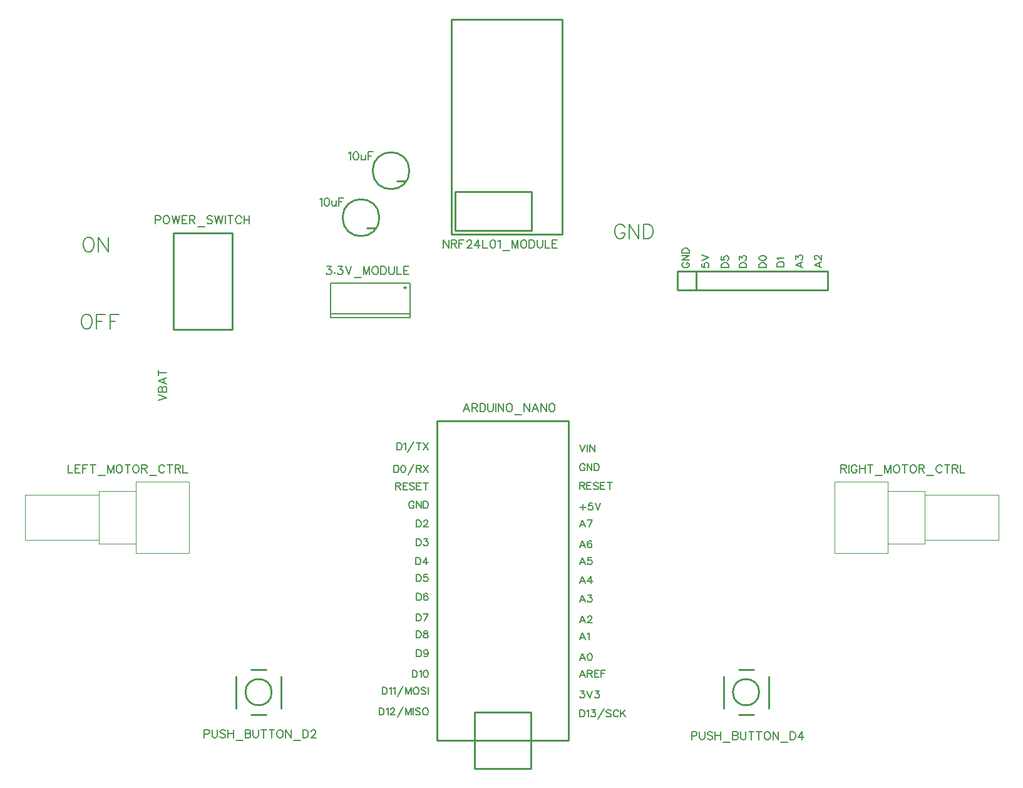
<source format=gto>
G04 Layer: TopSilkLayer*
G04 EasyEDA v6.3.22, 2020-02-14T20:54:40+02:00*
G04 d9edcea2a32c4a158ae1cdf756d7b1fd,ef223f4ed8bc40b1a8d29c19021d4d8a,10*
G04 Gerber Generator version 0.2*
G04 Scale: 100 percent, Rotated: No, Reflected: No *
G04 Dimensions in inches *
G04 leading zeros omitted , absolute positions ,2 integer and 4 decimal *
%FSLAX24Y24*%
%MOIN*%
G90*
G70D02*

%ADD10C,0.010000*%
%ADD27C,0.004724*%
%ADD28C,0.007900*%
%ADD29C,0.009800*%
%ADD30C,0.008000*%
%ADD31C,0.006000*%

%LPD*%
G54D27*
G01X6107Y15893D02*
G01X8931Y15893D01*
G01X8931Y12106D01*
G01X6107Y12106D01*
G01X6107Y15893D01*
G01X4139Y15401D02*
G01X6107Y15401D01*
G01X6107Y12598D01*
G01X4139Y12598D01*
G01X4139Y15401D01*
G01X202Y15204D02*
G01X4139Y15204D01*
G01X4139Y12795D01*
G01X202Y12795D01*
G01X202Y15204D01*
G54D10*
G01X22150Y2150D02*
G01X29150Y2150D01*
G01X29150Y2150D02*
G01X29150Y19150D01*
G01X29150Y19150D02*
G01X22150Y19150D01*
G01X22150Y19150D02*
G01X22150Y2150D01*
G01X24150Y3650D02*
G01X24150Y650D01*
G01X27150Y650D01*
G01X27150Y3650D01*
G01X24150Y3650D01*
G54D28*
G01X20706Y24825D02*
G01X16493Y24825D01*
G01X20706Y26478D02*
G01X20706Y24628D01*
G01X16493Y24628D01*
G01X16493Y26478D01*
G01X20706Y26478D02*
G01X16493Y26478D01*
G54D10*
G01X18400Y29400D02*
G01X18800Y29400D01*
G01X20000Y31900D02*
G01X20400Y31900D01*
G01X11250Y24000D02*
G01X11250Y29117D01*
G01X11249Y24000D02*
G01X8100Y24000D01*
G01X8100Y29118D02*
G01X8100Y24000D01*
G01X11249Y29118D02*
G01X8100Y29118D01*
G01X13850Y3850D02*
G01X13850Y5550D01*
G01X11450Y5550D02*
G01X11450Y3850D01*
G01X13039Y3500D02*
G01X12250Y3500D01*
G01X13050Y5900D02*
G01X12250Y5900D01*
G01X37400Y5550D02*
G01X37400Y3850D01*
G01X39800Y3850D02*
G01X39800Y5550D01*
G01X38210Y5900D02*
G01X39000Y5900D01*
G01X38200Y3500D02*
G01X39000Y3500D01*
G01X23100Y31323D02*
G01X27194Y31323D01*
G01X27194Y29276D01*
G01X23100Y29276D01*
G01X23100Y31323D01*
G01X28812Y29079D02*
G01X22907Y29079D01*
G01X28808Y29079D02*
G01X28808Y40497D01*
G01X22903Y40497D02*
G01X28808Y40497D01*
G01X22903Y40497D02*
G01X22903Y29079D01*
G54D27*
G01X46142Y12106D02*
G01X43318Y12106D01*
G01X43318Y15893D01*
G01X46142Y15893D01*
G01X46142Y12106D01*
G01X48110Y12598D02*
G01X46142Y12598D01*
G01X46142Y15401D01*
G01X48110Y15401D01*
G01X48110Y12598D01*
G01X52047Y12795D02*
G01X48110Y12795D01*
G01X48110Y15204D01*
G01X52047Y15204D01*
G01X52047Y12795D01*
G54D10*
G01X34950Y27100D02*
G01X35950Y27100D01*
G01X35950Y27100D02*
G01X42950Y27100D01*
G01X42950Y27100D02*
G01X42950Y26100D01*
G01X42950Y26100D02*
G01X35950Y26100D01*
G01X35950Y26100D02*
G01X34950Y26100D01*
G01X34950Y26100D02*
G01X34950Y27100D01*
G01X35950Y26100D02*
G01X35950Y27100D01*
G54D30*
G01X32144Y29425D02*
G01X32109Y29498D01*
G01X32035Y29571D01*
G01X31964Y29607D01*
G01X31818Y29607D01*
G01X31744Y29571D01*
G01X31672Y29498D01*
G01X31635Y29425D01*
G01X31600Y29315D01*
G01X31600Y29134D01*
G01X31635Y29025D01*
G01X31672Y28953D01*
G01X31744Y28880D01*
G01X31818Y28844D01*
G01X31964Y28844D01*
G01X32035Y28880D01*
G01X32109Y28953D01*
G01X32144Y29025D01*
G01X32144Y29134D01*
G01X31964Y29134D02*
G01X32144Y29134D01*
G01X32385Y29607D02*
G01X32385Y28844D01*
G01X32385Y29607D02*
G01X32894Y28844D01*
G01X32894Y29607D02*
G01X32894Y28844D01*
G01X33135Y29607D02*
G01X33135Y28844D01*
G01X33135Y29607D02*
G01X33389Y29607D01*
G01X33497Y29571D01*
G01X33571Y29498D01*
G01X33606Y29425D01*
G01X33643Y29315D01*
G01X33643Y29134D01*
G01X33606Y29025D01*
G01X33571Y28953D01*
G01X33497Y28880D01*
G01X33389Y28844D01*
G01X33135Y28844D01*
G01X3518Y28907D02*
G01X3444Y28871D01*
G01X3372Y28798D01*
G01X3335Y28725D01*
G01X3300Y28615D01*
G01X3300Y28434D01*
G01X3335Y28325D01*
G01X3372Y28253D01*
G01X3444Y28180D01*
G01X3518Y28144D01*
G01X3664Y28144D01*
G01X3735Y28180D01*
G01X3809Y28253D01*
G01X3844Y28325D01*
G01X3881Y28434D01*
G01X3881Y28615D01*
G01X3844Y28725D01*
G01X3809Y28798D01*
G01X3735Y28871D01*
G01X3664Y28907D01*
G01X3518Y28907D01*
G01X4122Y28907D02*
G01X4122Y28144D01*
G01X4122Y28907D02*
G01X4631Y28144D01*
G01X4631Y28907D02*
G01X4631Y28144D01*
G01X3418Y24807D02*
G01X3344Y24771D01*
G01X3272Y24698D01*
G01X3235Y24625D01*
G01X3200Y24515D01*
G01X3200Y24334D01*
G01X3235Y24225D01*
G01X3272Y24153D01*
G01X3344Y24080D01*
G01X3418Y24044D01*
G01X3564Y24044D01*
G01X3635Y24080D01*
G01X3709Y24153D01*
G01X3744Y24225D01*
G01X3781Y24334D01*
G01X3781Y24515D01*
G01X3744Y24625D01*
G01X3709Y24698D01*
G01X3635Y24771D01*
G01X3564Y24807D01*
G01X3418Y24807D01*
G01X4022Y24807D02*
G01X4022Y24044D01*
G01X4022Y24807D02*
G01X4494Y24807D01*
G01X4022Y24444D02*
G01X4313Y24444D01*
G01X4735Y24807D02*
G01X4735Y24044D01*
G01X4735Y24807D02*
G01X5206Y24807D01*
G01X4735Y24444D02*
G01X5025Y24444D01*
G01X42246Y27444D02*
G01X42627Y27300D01*
G01X42246Y27444D02*
G01X42627Y27590D01*
G01X42501Y27355D02*
G01X42501Y27536D01*
G01X42336Y27728D02*
G01X42318Y27728D01*
G01X42282Y27746D01*
G01X42264Y27765D01*
G01X42246Y27802D01*
G01X42246Y27875D01*
G01X42264Y27911D01*
G01X42282Y27928D01*
G01X42318Y27946D01*
G01X42355Y27946D01*
G01X42392Y27928D01*
G01X42446Y27892D01*
G01X42627Y27711D01*
G01X42627Y27965D01*
G01X41246Y27444D02*
G01X41627Y27300D01*
G01X41246Y27444D02*
G01X41627Y27590D01*
G01X41501Y27355D02*
G01X41501Y27536D01*
G01X41246Y27746D02*
G01X41246Y27946D01*
G01X41392Y27838D01*
G01X41392Y27892D01*
G01X41410Y27928D01*
G01X41427Y27946D01*
G01X41482Y27965D01*
G01X41518Y27965D01*
G01X41573Y27946D01*
G01X41610Y27911D01*
G01X41627Y27855D01*
G01X41627Y27802D01*
G01X41610Y27746D01*
G01X41592Y27728D01*
G01X41555Y27711D01*
G01X40246Y27350D02*
G01X40627Y27350D01*
G01X40246Y27350D02*
G01X40246Y27477D01*
G01X40264Y27532D01*
G01X40301Y27567D01*
G01X40336Y27586D01*
G01X40392Y27605D01*
G01X40482Y27605D01*
G01X40536Y27586D01*
G01X40573Y27567D01*
G01X40610Y27532D01*
G01X40627Y27477D01*
G01X40627Y27350D01*
G01X40318Y27725D02*
G01X40301Y27761D01*
G01X40246Y27815D01*
G01X40627Y27815D01*
G01X39296Y27300D02*
G01X39677Y27300D01*
G01X39296Y27300D02*
G01X39296Y27427D01*
G01X39314Y27482D01*
G01X39351Y27517D01*
G01X39386Y27536D01*
G01X39442Y27555D01*
G01X39532Y27555D01*
G01X39586Y27536D01*
G01X39623Y27517D01*
G01X39660Y27482D01*
G01X39677Y27427D01*
G01X39677Y27300D01*
G01X39296Y27784D02*
G01X39314Y27728D01*
G01X39368Y27692D01*
G01X39460Y27675D01*
G01X39514Y27675D01*
G01X39605Y27692D01*
G01X39660Y27728D01*
G01X39677Y27784D01*
G01X39677Y27819D01*
G01X39660Y27875D01*
G01X39605Y27911D01*
G01X39514Y27928D01*
G01X39460Y27928D01*
G01X39368Y27911D01*
G01X39314Y27875D01*
G01X39296Y27819D01*
G01X39296Y27784D01*
G01X38246Y27300D02*
G01X38627Y27300D01*
G01X38246Y27300D02*
G01X38246Y27427D01*
G01X38264Y27482D01*
G01X38301Y27517D01*
G01X38336Y27536D01*
G01X38392Y27555D01*
G01X38482Y27555D01*
G01X38536Y27536D01*
G01X38573Y27517D01*
G01X38610Y27482D01*
G01X38627Y27427D01*
G01X38627Y27300D01*
G01X38246Y27711D02*
G01X38246Y27911D01*
G01X38392Y27802D01*
G01X38392Y27855D01*
G01X38410Y27892D01*
G01X38427Y27911D01*
G01X38482Y27928D01*
G01X38518Y27928D01*
G01X38573Y27911D01*
G01X38610Y27875D01*
G01X38627Y27819D01*
G01X38627Y27765D01*
G01X38610Y27711D01*
G01X38592Y27692D01*
G01X38555Y27675D01*
G01X37296Y27300D02*
G01X37677Y27300D01*
G01X37296Y27300D02*
G01X37296Y27427D01*
G01X37314Y27482D01*
G01X37351Y27517D01*
G01X37386Y27536D01*
G01X37442Y27555D01*
G01X37532Y27555D01*
G01X37586Y27536D01*
G01X37623Y27517D01*
G01X37660Y27482D01*
G01X37677Y27427D01*
G01X37677Y27300D01*
G01X37296Y27892D02*
G01X37296Y27711D01*
G01X37460Y27692D01*
G01X37442Y27711D01*
G01X37423Y27765D01*
G01X37423Y27819D01*
G01X37442Y27875D01*
G01X37477Y27911D01*
G01X37532Y27928D01*
G01X37568Y27928D01*
G01X37623Y27911D01*
G01X37660Y27875D01*
G01X37677Y27819D01*
G01X37677Y27765D01*
G01X37660Y27711D01*
G01X37642Y27692D01*
G01X37605Y27675D01*
G01X36246Y27517D02*
G01X36246Y27336D01*
G01X36410Y27317D01*
G01X36392Y27336D01*
G01X36373Y27390D01*
G01X36373Y27444D01*
G01X36392Y27500D01*
G01X36427Y27536D01*
G01X36482Y27555D01*
G01X36518Y27555D01*
G01X36573Y27536D01*
G01X36610Y27500D01*
G01X36627Y27444D01*
G01X36627Y27390D01*
G01X36610Y27336D01*
G01X36592Y27317D01*
G01X36555Y27300D01*
G01X36246Y27675D02*
G01X36627Y27819D01*
G01X36246Y27965D02*
G01X36627Y27819D01*
G01X35286Y27573D02*
G01X35251Y27555D01*
G01X35214Y27517D01*
G01X35196Y27482D01*
G01X35196Y27409D01*
G01X35214Y27373D01*
G01X35251Y27336D01*
G01X35286Y27317D01*
G01X35342Y27300D01*
G01X35432Y27300D01*
G01X35486Y27317D01*
G01X35523Y27336D01*
G01X35560Y27373D01*
G01X35577Y27409D01*
G01X35577Y27482D01*
G01X35560Y27517D01*
G01X35523Y27555D01*
G01X35486Y27573D01*
G01X35432Y27573D01*
G01X35432Y27482D02*
G01X35432Y27573D01*
G01X35196Y27692D02*
G01X35577Y27692D01*
G01X35196Y27692D02*
G01X35577Y27946D01*
G01X35196Y27946D02*
G01X35577Y27946D01*
G01X35196Y28067D02*
G01X35577Y28067D01*
G01X35196Y28067D02*
G01X35196Y28194D01*
G01X35214Y28248D01*
G01X35251Y28284D01*
G01X35286Y28303D01*
G01X35342Y28321D01*
G01X35432Y28321D01*
G01X35486Y28303D01*
G01X35523Y28284D01*
G01X35560Y28248D01*
G01X35577Y28194D01*
G01X35577Y28067D01*
G54D31*
G01X2500Y16803D02*
G01X2500Y16375D01*
G01X2500Y16375D02*
G01X2744Y16375D01*
G01X2880Y16803D02*
G01X2880Y16375D01*
G01X2880Y16803D02*
G01X3146Y16803D01*
G01X2880Y16600D02*
G01X3043Y16600D01*
G01X2880Y16375D02*
G01X3146Y16375D01*
G01X3281Y16803D02*
G01X3281Y16375D01*
G01X3281Y16803D02*
G01X3547Y16803D01*
G01X3281Y16600D02*
G01X3444Y16600D01*
G01X3825Y16803D02*
G01X3825Y16375D01*
G01X3681Y16803D02*
G01X3968Y16803D01*
G01X4103Y16230D02*
G01X4472Y16230D01*
G01X4606Y16803D02*
G01X4606Y16375D01*
G01X4606Y16803D02*
G01X4769Y16375D01*
G01X4934Y16803D02*
G01X4769Y16375D01*
G01X4934Y16803D02*
G01X4934Y16375D01*
G01X5192Y16803D02*
G01X5151Y16784D01*
G01X5110Y16742D01*
G01X5089Y16702D01*
G01X5068Y16640D01*
G01X5068Y16538D01*
G01X5089Y16477D01*
G01X5110Y16436D01*
G01X5151Y16394D01*
G01X5192Y16375D01*
G01X5273Y16375D01*
G01X5314Y16394D01*
G01X5355Y16436D01*
G01X5376Y16477D01*
G01X5396Y16538D01*
G01X5396Y16640D01*
G01X5376Y16702D01*
G01X5355Y16742D01*
G01X5314Y16784D01*
G01X5273Y16803D01*
G01X5192Y16803D01*
G01X5675Y16803D02*
G01X5675Y16375D01*
G01X5531Y16803D02*
G01X5818Y16803D01*
G01X6075Y16803D02*
G01X6035Y16784D01*
G01X5993Y16742D01*
G01X5972Y16702D01*
G01X5952Y16640D01*
G01X5952Y16538D01*
G01X5972Y16477D01*
G01X5993Y16436D01*
G01X6035Y16394D01*
G01X6075Y16375D01*
G01X6156Y16375D01*
G01X6197Y16394D01*
G01X6239Y16436D01*
G01X6260Y16477D01*
G01X6280Y16538D01*
G01X6280Y16640D01*
G01X6260Y16702D01*
G01X6239Y16742D01*
G01X6197Y16784D01*
G01X6156Y16803D01*
G01X6075Y16803D01*
G01X6414Y16803D02*
G01X6414Y16375D01*
G01X6414Y16803D02*
G01X6598Y16803D01*
G01X6660Y16784D01*
G01X6681Y16763D01*
G01X6701Y16721D01*
G01X6701Y16680D01*
G01X6681Y16640D01*
G01X6660Y16619D01*
G01X6598Y16600D01*
G01X6414Y16600D01*
G01X6557Y16600D02*
G01X6701Y16375D01*
G01X6835Y16230D02*
G01X7205Y16230D01*
G01X7646Y16702D02*
G01X7626Y16742D01*
G01X7585Y16784D01*
G01X7543Y16803D01*
G01X7461Y16803D01*
G01X7421Y16784D01*
G01X7380Y16742D01*
G01X7360Y16702D01*
G01X7339Y16640D01*
G01X7339Y16538D01*
G01X7360Y16477D01*
G01X7380Y16436D01*
G01X7421Y16394D01*
G01X7461Y16375D01*
G01X7543Y16375D01*
G01X7585Y16394D01*
G01X7626Y16436D01*
G01X7646Y16477D01*
G01X7925Y16803D02*
G01X7925Y16375D01*
G01X7781Y16803D02*
G01X8068Y16803D01*
G01X8202Y16803D02*
G01X8202Y16375D01*
G01X8202Y16803D02*
G01X8386Y16803D01*
G01X8447Y16784D01*
G01X8468Y16763D01*
G01X8489Y16721D01*
G01X8489Y16680D01*
G01X8468Y16640D01*
G01X8447Y16619D01*
G01X8386Y16600D01*
G01X8202Y16600D01*
G01X8346Y16600D02*
G01X8489Y16375D01*
G01X8623Y16803D02*
G01X8623Y16375D01*
G01X8623Y16375D02*
G01X8869Y16375D01*
G01X23714Y20053D02*
G01X23550Y19625D01*
G01X23714Y20053D02*
G01X23877Y19625D01*
G01X23610Y19767D02*
G01X23815Y19767D01*
G01X24011Y20053D02*
G01X24011Y19625D01*
G01X24011Y20053D02*
G01X24196Y20053D01*
G01X24257Y20034D01*
G01X24277Y20013D01*
G01X24298Y19971D01*
G01X24298Y19930D01*
G01X24277Y19890D01*
G01X24257Y19869D01*
G01X24196Y19850D01*
G01X24011Y19850D01*
G01X24155Y19850D02*
G01X24298Y19625D01*
G01X24434Y20053D02*
G01X24434Y19625D01*
G01X24434Y20053D02*
G01X24577Y20053D01*
G01X24638Y20034D01*
G01X24678Y19992D01*
G01X24700Y19952D01*
G01X24719Y19890D01*
G01X24719Y19788D01*
G01X24700Y19727D01*
G01X24678Y19686D01*
G01X24638Y19644D01*
G01X24577Y19625D01*
G01X24434Y19625D01*
G01X24855Y20053D02*
G01X24855Y19746D01*
G01X24875Y19686D01*
G01X24915Y19644D01*
G01X24977Y19625D01*
G01X25018Y19625D01*
G01X25080Y19644D01*
G01X25121Y19686D01*
G01X25140Y19746D01*
G01X25140Y20053D01*
G01X25276Y20053D02*
G01X25276Y19625D01*
G01X25410Y20053D02*
G01X25410Y19625D01*
G01X25410Y20053D02*
G01X25697Y19625D01*
G01X25697Y20053D02*
G01X25697Y19625D01*
G01X25955Y20053D02*
G01X25914Y20034D01*
G01X25873Y19992D01*
G01X25852Y19952D01*
G01X25832Y19890D01*
G01X25832Y19788D01*
G01X25852Y19727D01*
G01X25873Y19686D01*
G01X25914Y19644D01*
G01X25955Y19625D01*
G01X26036Y19625D01*
G01X26077Y19644D01*
G01X26118Y19686D01*
G01X26139Y19727D01*
G01X26160Y19788D01*
G01X26160Y19890D01*
G01X26139Y19952D01*
G01X26118Y19992D01*
G01X26077Y20034D01*
G01X26036Y20053D01*
G01X25955Y20053D01*
G01X26294Y19480D02*
G01X26663Y19480D01*
G01X26797Y20053D02*
G01X26797Y19625D01*
G01X26797Y20053D02*
G01X27085Y19625D01*
G01X27085Y20053D02*
G01X27085Y19625D01*
G01X27382Y20053D02*
G01X27219Y19625D01*
G01X27382Y20053D02*
G01X27547Y19625D01*
G01X27281Y19767D02*
G01X27485Y19767D01*
G01X27681Y20053D02*
G01X27681Y19625D01*
G01X27681Y20053D02*
G01X27968Y19625D01*
G01X27968Y20053D02*
G01X27968Y19625D01*
G01X28226Y20053D02*
G01X28185Y20034D01*
G01X28143Y19992D01*
G01X28123Y19952D01*
G01X28102Y19890D01*
G01X28102Y19788D01*
G01X28123Y19727D01*
G01X28143Y19686D01*
G01X28185Y19644D01*
G01X28226Y19625D01*
G01X28307Y19625D01*
G01X28348Y19644D01*
G01X28389Y19686D01*
G01X28410Y19727D01*
G01X28430Y19788D01*
G01X28430Y19890D01*
G01X28410Y19952D01*
G01X28389Y19992D01*
G01X28348Y20034D01*
G01X28307Y20053D01*
G01X28226Y20053D01*
G54D30*
G01X20013Y17977D02*
G01X20013Y17594D01*
G01X20013Y17977D02*
G01X20139Y17977D01*
G01X20194Y17959D01*
G01X20231Y17923D01*
G01X20248Y17886D01*
G01X20268Y17832D01*
G01X20268Y17740D01*
G01X20248Y17686D01*
G01X20231Y17650D01*
G01X20194Y17613D01*
G01X20139Y17594D01*
G01X20013Y17594D01*
G01X20388Y17903D02*
G01X20423Y17923D01*
G01X20477Y17977D01*
G01X20477Y17594D01*
G01X20926Y18050D02*
G01X20597Y17467D01*
G01X21172Y17977D02*
G01X21172Y17594D01*
G01X21046Y17977D02*
G01X21300Y17977D01*
G01X21419Y17977D02*
G01X21675Y17594D01*
G01X21675Y17977D02*
G01X21419Y17594D01*
G01X30022Y16777D02*
G01X30005Y16813D01*
G01X29968Y16850D01*
G01X29931Y16867D01*
G01X29859Y16867D01*
G01X29822Y16850D01*
G01X29785Y16813D01*
G01X29768Y16777D01*
G01X29750Y16723D01*
G01X29750Y16632D01*
G01X29768Y16577D01*
G01X29785Y16540D01*
G01X29822Y16505D01*
G01X29859Y16486D01*
G01X29931Y16486D01*
G01X29968Y16505D01*
G01X30005Y16540D01*
G01X30022Y16577D01*
G01X30022Y16632D01*
G01X29931Y16632D02*
G01X30022Y16632D01*
G01X30143Y16867D02*
G01X30143Y16486D01*
G01X30143Y16867D02*
G01X30397Y16486D01*
G01X30397Y16867D02*
G01X30397Y16486D01*
G01X30517Y16867D02*
G01X30517Y16486D01*
G01X30517Y16867D02*
G01X30644Y16867D01*
G01X30698Y16850D01*
G01X30735Y16813D01*
G01X30753Y16777D01*
G01X30772Y16723D01*
G01X30772Y16632D01*
G01X30753Y16577D01*
G01X30735Y16540D01*
G01X30698Y16505D01*
G01X30644Y16486D01*
G01X30517Y16486D01*
G01X29914Y14713D02*
G01X29914Y14386D01*
G01X29750Y14550D02*
G01X30077Y14550D01*
G01X30414Y14767D02*
G01X30234Y14767D01*
G01X30214Y14605D01*
G01X30234Y14623D01*
G01X30288Y14640D01*
G01X30343Y14640D01*
G01X30397Y14623D01*
G01X30434Y14586D01*
G01X30452Y14532D01*
G01X30452Y14494D01*
G01X30434Y14440D01*
G01X30397Y14405D01*
G01X30343Y14386D01*
G01X30288Y14386D01*
G01X30234Y14405D01*
G01X30214Y14423D01*
G01X30197Y14459D01*
G01X30572Y14767D02*
G01X30717Y14386D01*
G01X30863Y14767D02*
G01X30717Y14386D01*
G01X19071Y3867D02*
G01X19071Y3486D01*
G01X19071Y3867D02*
G01X19197Y3867D01*
G01X19252Y3850D01*
G01X19289Y3813D01*
G01X19306Y3776D01*
G01X19326Y3723D01*
G01X19326Y3632D01*
G01X19306Y3576D01*
G01X19289Y3540D01*
G01X19252Y3505D01*
G01X19197Y3486D01*
G01X19071Y3486D01*
G01X19446Y3794D02*
G01X19481Y3813D01*
G01X19535Y3867D01*
G01X19535Y3486D01*
G01X19675Y3776D02*
G01X19675Y3794D01*
G01X19693Y3832D01*
G01X19710Y3850D01*
G01X19747Y3867D01*
G01X19819Y3867D01*
G01X19856Y3850D01*
G01X19875Y3832D01*
G01X19893Y3794D01*
G01X19893Y3759D01*
G01X19875Y3723D01*
G01X19838Y3667D01*
G01X19656Y3486D01*
G01X19910Y3486D01*
G01X20357Y3940D02*
G01X20031Y3359D01*
G01X20477Y3867D02*
G01X20477Y3486D01*
G01X20477Y3867D02*
G01X20623Y3486D01*
G01X20768Y3867D02*
G01X20623Y3486D01*
G01X20768Y3867D02*
G01X20768Y3486D01*
G01X20889Y3867D02*
G01X20889Y3486D01*
G01X21264Y3813D02*
G01X21227Y3850D01*
G01X21172Y3867D01*
G01X21100Y3867D01*
G01X21046Y3850D01*
G01X21009Y3813D01*
G01X21009Y3776D01*
G01X21027Y3740D01*
G01X21046Y3723D01*
G01X21081Y3705D01*
G01X21190Y3667D01*
G01X21227Y3650D01*
G01X21246Y3632D01*
G01X21264Y3594D01*
G01X21264Y3540D01*
G01X21227Y3505D01*
G01X21172Y3486D01*
G01X21100Y3486D01*
G01X21046Y3505D01*
G01X21009Y3540D01*
G01X21493Y3867D02*
G01X21456Y3850D01*
G01X21419Y3813D01*
G01X21402Y3776D01*
G01X21384Y3723D01*
G01X21384Y3632D01*
G01X21402Y3576D01*
G01X21419Y3540D01*
G01X21456Y3505D01*
G01X21493Y3486D01*
G01X21565Y3486D01*
G01X21602Y3505D01*
G01X21638Y3540D01*
G01X21656Y3576D01*
G01X21675Y3632D01*
G01X21675Y3723D01*
G01X21656Y3776D01*
G01X21638Y3813D01*
G01X21602Y3850D01*
G01X21565Y3867D01*
G01X21493Y3867D01*
G01X29750Y17867D02*
G01X29894Y17486D01*
G01X30040Y17867D02*
G01X29894Y17486D01*
G01X30160Y17867D02*
G01X30160Y17486D01*
G01X30281Y17867D02*
G01X30281Y17486D01*
G01X30281Y17867D02*
G01X30535Y17486D01*
G01X30535Y17867D02*
G01X30535Y17486D01*
G01X29750Y3767D02*
G01X29750Y3386D01*
G01X29750Y3767D02*
G01X29877Y3767D01*
G01X29931Y3750D01*
G01X29968Y3713D01*
G01X29985Y3676D01*
G01X30005Y3623D01*
G01X30005Y3532D01*
G01X29985Y3476D01*
G01X29968Y3440D01*
G01X29931Y3405D01*
G01X29877Y3386D01*
G01X29750Y3386D01*
G01X30125Y3694D02*
G01X30160Y3713D01*
G01X30214Y3767D01*
G01X30214Y3386D01*
G01X30372Y3767D02*
G01X30572Y3767D01*
G01X30463Y3623D01*
G01X30517Y3623D01*
G01X30553Y3605D01*
G01X30572Y3586D01*
G01X30589Y3532D01*
G01X30589Y3494D01*
G01X30572Y3440D01*
G01X30535Y3405D01*
G01X30481Y3386D01*
G01X30426Y3386D01*
G01X30372Y3405D01*
G01X30353Y3423D01*
G01X30335Y3459D01*
G01X31036Y3840D02*
G01X30710Y3259D01*
G01X31411Y3713D02*
G01X31375Y3750D01*
G01X31321Y3767D01*
G01X31247Y3767D01*
G01X31193Y3750D01*
G01X31156Y3713D01*
G01X31156Y3676D01*
G01X31175Y3640D01*
G01X31193Y3623D01*
G01X31230Y3605D01*
G01X31339Y3567D01*
G01X31375Y3550D01*
G01X31393Y3532D01*
G01X31411Y3494D01*
G01X31411Y3440D01*
G01X31375Y3405D01*
G01X31321Y3386D01*
G01X31247Y3386D01*
G01X31193Y3405D01*
G01X31156Y3440D01*
G01X31805Y3676D02*
G01X31785Y3713D01*
G01X31750Y3750D01*
G01X31714Y3767D01*
G01X31640Y3767D01*
G01X31605Y3750D01*
G01X31568Y3713D01*
G01X31550Y3676D01*
G01X31531Y3623D01*
G01X31531Y3532D01*
G01X31550Y3476D01*
G01X31568Y3440D01*
G01X31605Y3405D01*
G01X31640Y3386D01*
G01X31714Y3386D01*
G01X31750Y3405D01*
G01X31785Y3440D01*
G01X31805Y3476D01*
G01X31925Y3767D02*
G01X31925Y3386D01*
G01X32178Y3767D02*
G01X31925Y3513D01*
G01X32014Y3605D02*
G01X32178Y3386D01*
G01X20926Y14776D02*
G01X20907Y14813D01*
G01X20871Y14850D01*
G01X20835Y14867D01*
G01X20761Y14867D01*
G01X20726Y14850D01*
G01X20689Y14813D01*
G01X20671Y14776D01*
G01X20652Y14723D01*
G01X20652Y14632D01*
G01X20671Y14576D01*
G01X20689Y14540D01*
G01X20726Y14505D01*
G01X20761Y14486D01*
G01X20835Y14486D01*
G01X20871Y14505D01*
G01X20907Y14540D01*
G01X20926Y14576D01*
G01X20926Y14632D01*
G01X20835Y14632D02*
G01X20926Y14632D01*
G01X21046Y14867D02*
G01X21046Y14486D01*
G01X21046Y14867D02*
G01X21300Y14486D01*
G01X21300Y14867D02*
G01X21300Y14486D01*
G01X21419Y14867D02*
G01X21419Y14486D01*
G01X21419Y14867D02*
G01X21547Y14867D01*
G01X21602Y14850D01*
G01X21638Y14813D01*
G01X21656Y14776D01*
G01X21675Y14723D01*
G01X21675Y14632D01*
G01X21656Y14576D01*
G01X21638Y14540D01*
G01X21602Y14505D01*
G01X21547Y14486D01*
G01X21419Y14486D01*
G01X19850Y16777D02*
G01X19850Y16394D01*
G01X19850Y16777D02*
G01X19977Y16777D01*
G01X20031Y16759D01*
G01X20068Y16723D01*
G01X20085Y16686D01*
G01X20105Y16632D01*
G01X20105Y16540D01*
G01X20085Y16486D01*
G01X20068Y16450D01*
G01X20031Y16413D01*
G01X19977Y16394D01*
G01X19850Y16394D01*
G01X20334Y16777D02*
G01X20278Y16759D01*
G01X20243Y16703D01*
G01X20225Y16613D01*
G01X20225Y16559D01*
G01X20243Y16467D01*
G01X20278Y16413D01*
G01X20334Y16394D01*
G01X20369Y16394D01*
G01X20425Y16413D01*
G01X20460Y16467D01*
G01X20478Y16559D01*
G01X20478Y16613D01*
G01X20460Y16703D01*
G01X20425Y16759D01*
G01X20369Y16777D01*
G01X20334Y16777D01*
G01X20926Y16850D02*
G01X20598Y16267D01*
G01X21046Y16777D02*
G01X21046Y16394D01*
G01X21046Y16777D02*
G01X21210Y16777D01*
G01X21264Y16759D01*
G01X21282Y16740D01*
G01X21301Y16703D01*
G01X21301Y16667D01*
G01X21282Y16632D01*
G01X21264Y16613D01*
G01X21210Y16594D01*
G01X21046Y16594D01*
G01X21173Y16594D02*
G01X21301Y16394D01*
G01X21421Y16777D02*
G01X21675Y16394D01*
G01X21675Y16777D02*
G01X21421Y16394D01*
G01X19959Y15850D02*
G01X19959Y15467D01*
G01X19959Y15850D02*
G01X20122Y15850D01*
G01X20177Y15832D01*
G01X20194Y15813D01*
G01X20214Y15776D01*
G01X20214Y15740D01*
G01X20194Y15705D01*
G01X20177Y15686D01*
G01X20122Y15667D01*
G01X19959Y15667D01*
G01X20085Y15667D02*
G01X20214Y15467D01*
G01X20334Y15850D02*
G01X20334Y15467D01*
G01X20334Y15850D02*
G01X20569Y15850D01*
G01X20334Y15667D02*
G01X20478Y15667D01*
G01X20334Y15467D02*
G01X20569Y15467D01*
G01X20943Y15796D02*
G01X20907Y15832D01*
G01X20853Y15850D01*
G01X20781Y15850D01*
G01X20726Y15832D01*
G01X20689Y15796D01*
G01X20689Y15759D01*
G01X20707Y15723D01*
G01X20726Y15705D01*
G01X20763Y15686D01*
G01X20872Y15650D01*
G01X20907Y15632D01*
G01X20926Y15613D01*
G01X20943Y15576D01*
G01X20943Y15523D01*
G01X20907Y15486D01*
G01X20853Y15467D01*
G01X20781Y15467D01*
G01X20726Y15486D01*
G01X20689Y15523D01*
G01X21064Y15850D02*
G01X21064Y15467D01*
G01X21064Y15850D02*
G01X21301Y15850D01*
G01X21064Y15667D02*
G01X21210Y15667D01*
G01X21064Y15467D02*
G01X21301Y15467D01*
G01X21547Y15850D02*
G01X21547Y15467D01*
G01X21421Y15850D02*
G01X21675Y15850D01*
G01X21046Y13867D02*
G01X21046Y13486D01*
G01X21046Y13867D02*
G01X21172Y13867D01*
G01X21227Y13850D01*
G01X21264Y13813D01*
G01X21281Y13776D01*
G01X21301Y13723D01*
G01X21301Y13632D01*
G01X21281Y13576D01*
G01X21264Y13540D01*
G01X21227Y13505D01*
G01X21172Y13486D01*
G01X21046Y13486D01*
G01X21439Y13776D02*
G01X21439Y13794D01*
G01X21456Y13832D01*
G01X21475Y13850D01*
G01X21510Y13867D01*
G01X21584Y13867D01*
G01X21621Y13850D01*
G01X21639Y13832D01*
G01X21656Y13794D01*
G01X21656Y13759D01*
G01X21639Y13723D01*
G01X21602Y13667D01*
G01X21421Y13486D01*
G01X21675Y13486D01*
G01X21046Y12867D02*
G01X21046Y12486D01*
G01X21046Y12867D02*
G01X21172Y12867D01*
G01X21227Y12850D01*
G01X21264Y12813D01*
G01X21281Y12776D01*
G01X21301Y12723D01*
G01X21301Y12632D01*
G01X21281Y12576D01*
G01X21264Y12540D01*
G01X21227Y12505D01*
G01X21172Y12486D01*
G01X21046Y12486D01*
G01X21456Y12867D02*
G01X21656Y12867D01*
G01X21547Y12723D01*
G01X21602Y12723D01*
G01X21639Y12705D01*
G01X21656Y12686D01*
G01X21675Y12632D01*
G01X21675Y12594D01*
G01X21656Y12540D01*
G01X21621Y12505D01*
G01X21565Y12486D01*
G01X21510Y12486D01*
G01X21456Y12505D01*
G01X21439Y12523D01*
G01X21421Y12559D01*
G01X21027Y11867D02*
G01X21027Y11486D01*
G01X21027Y11867D02*
G01X21155Y11867D01*
G01X21210Y11850D01*
G01X21246Y11813D01*
G01X21264Y11776D01*
G01X21282Y11723D01*
G01X21282Y11632D01*
G01X21264Y11576D01*
G01X21246Y11540D01*
G01X21210Y11505D01*
G01X21155Y11486D01*
G01X21027Y11486D01*
G01X21584Y11867D02*
G01X21402Y11613D01*
G01X21675Y11613D01*
G01X21584Y11867D02*
G01X21584Y11486D01*
G01X21046Y10967D02*
G01X21046Y10586D01*
G01X21046Y10967D02*
G01X21172Y10967D01*
G01X21227Y10950D01*
G01X21264Y10913D01*
G01X21281Y10876D01*
G01X21301Y10823D01*
G01X21301Y10732D01*
G01X21281Y10676D01*
G01X21264Y10640D01*
G01X21227Y10605D01*
G01X21172Y10586D01*
G01X21046Y10586D01*
G01X21639Y10967D02*
G01X21456Y10967D01*
G01X21439Y10805D01*
G01X21456Y10823D01*
G01X21510Y10840D01*
G01X21565Y10840D01*
G01X21621Y10823D01*
G01X21656Y10786D01*
G01X21675Y10732D01*
G01X21675Y10694D01*
G01X21656Y10640D01*
G01X21621Y10605D01*
G01X21565Y10586D01*
G01X21510Y10586D01*
G01X21456Y10605D01*
G01X21439Y10623D01*
G01X21421Y10659D01*
G01X21064Y9967D02*
G01X21064Y9586D01*
G01X21064Y9967D02*
G01X21190Y9967D01*
G01X21246Y9950D01*
G01X21281Y9913D01*
G01X21300Y9876D01*
G01X21318Y9823D01*
G01X21318Y9732D01*
G01X21300Y9676D01*
G01X21281Y9640D01*
G01X21246Y9605D01*
G01X21190Y9586D01*
G01X21064Y9586D01*
G01X21656Y9913D02*
G01X21639Y9950D01*
G01X21584Y9967D01*
G01X21547Y9967D01*
G01X21493Y9950D01*
G01X21456Y9894D01*
G01X21439Y9805D01*
G01X21439Y9713D01*
G01X21456Y9640D01*
G01X21493Y9605D01*
G01X21547Y9586D01*
G01X21565Y9586D01*
G01X21619Y9605D01*
G01X21656Y9640D01*
G01X21675Y9694D01*
G01X21675Y9713D01*
G01X21656Y9767D01*
G01X21619Y9805D01*
G01X21565Y9823D01*
G01X21547Y9823D01*
G01X21493Y9805D01*
G01X21456Y9767D01*
G01X21439Y9713D01*
G01X21046Y8867D02*
G01X21046Y8486D01*
G01X21046Y8867D02*
G01X21172Y8867D01*
G01X21227Y8850D01*
G01X21264Y8813D01*
G01X21281Y8776D01*
G01X21301Y8723D01*
G01X21301Y8632D01*
G01X21281Y8576D01*
G01X21264Y8540D01*
G01X21227Y8505D01*
G01X21172Y8486D01*
G01X21046Y8486D01*
G01X21675Y8867D02*
G01X21493Y8486D01*
G01X21421Y8867D02*
G01X21675Y8867D01*
G01X21046Y7967D02*
G01X21046Y7586D01*
G01X21046Y7967D02*
G01X21172Y7967D01*
G01X21227Y7950D01*
G01X21264Y7913D01*
G01X21281Y7876D01*
G01X21301Y7823D01*
G01X21301Y7732D01*
G01X21281Y7676D01*
G01X21264Y7640D01*
G01X21227Y7605D01*
G01X21172Y7586D01*
G01X21046Y7586D01*
G01X21510Y7967D02*
G01X21456Y7950D01*
G01X21439Y7913D01*
G01X21439Y7876D01*
G01X21456Y7840D01*
G01X21493Y7823D01*
G01X21565Y7805D01*
G01X21621Y7786D01*
G01X21656Y7750D01*
G01X21675Y7713D01*
G01X21675Y7659D01*
G01X21656Y7623D01*
G01X21639Y7605D01*
G01X21584Y7586D01*
G01X21510Y7586D01*
G01X21456Y7605D01*
G01X21439Y7623D01*
G01X21421Y7659D01*
G01X21421Y7713D01*
G01X21439Y7750D01*
G01X21475Y7786D01*
G01X21530Y7805D01*
G01X21602Y7823D01*
G01X21639Y7840D01*
G01X21656Y7876D01*
G01X21656Y7913D01*
G01X21639Y7950D01*
G01X21584Y7967D01*
G01X21510Y7967D01*
G01X21064Y6967D02*
G01X21064Y6586D01*
G01X21064Y6967D02*
G01X21190Y6967D01*
G01X21246Y6950D01*
G01X21281Y6913D01*
G01X21300Y6876D01*
G01X21318Y6823D01*
G01X21318Y6732D01*
G01X21300Y6676D01*
G01X21281Y6640D01*
G01X21246Y6605D01*
G01X21190Y6586D01*
G01X21064Y6586D01*
G01X21675Y6840D02*
G01X21656Y6786D01*
G01X21619Y6750D01*
G01X21565Y6732D01*
G01X21547Y6732D01*
G01X21493Y6750D01*
G01X21456Y6786D01*
G01X21439Y6840D01*
G01X21439Y6859D01*
G01X21456Y6913D01*
G01X21493Y6950D01*
G01X21547Y6967D01*
G01X21565Y6967D01*
G01X21619Y6950D01*
G01X21656Y6913D01*
G01X21675Y6840D01*
G01X21675Y6750D01*
G01X21656Y6659D01*
G01X21619Y6605D01*
G01X21565Y6586D01*
G01X21528Y6586D01*
G01X21475Y6605D01*
G01X21456Y6640D01*
G01X20835Y5867D02*
G01X20835Y5486D01*
G01X20835Y5867D02*
G01X20961Y5867D01*
G01X21017Y5850D01*
G01X21052Y5813D01*
G01X21071Y5776D01*
G01X21089Y5723D01*
G01X21089Y5632D01*
G01X21071Y5576D01*
G01X21052Y5540D01*
G01X21017Y5505D01*
G01X20961Y5486D01*
G01X20835Y5486D01*
G01X21210Y5794D02*
G01X21246Y5813D01*
G01X21300Y5867D01*
G01X21300Y5486D01*
G01X21530Y5867D02*
G01X21475Y5850D01*
G01X21439Y5794D01*
G01X21419Y5705D01*
G01X21419Y5650D01*
G01X21439Y5559D01*
G01X21475Y5505D01*
G01X21530Y5486D01*
G01X21565Y5486D01*
G01X21619Y5505D01*
G01X21656Y5559D01*
G01X21675Y5650D01*
G01X21675Y5705D01*
G01X21656Y5794D01*
G01X21619Y5850D01*
G01X21565Y5867D01*
G01X21530Y5867D01*
G01X19235Y4967D02*
G01X19235Y4586D01*
G01X19235Y4967D02*
G01X19361Y4967D01*
G01X19417Y4950D01*
G01X19452Y4913D01*
G01X19471Y4876D01*
G01X19489Y4823D01*
G01X19489Y4732D01*
G01X19471Y4676D01*
G01X19452Y4640D01*
G01X19417Y4605D01*
G01X19361Y4586D01*
G01X19235Y4586D01*
G01X19610Y4894D02*
G01X19646Y4913D01*
G01X19700Y4967D01*
G01X19700Y4586D01*
G01X19819Y4894D02*
G01X19856Y4913D01*
G01X19910Y4967D01*
G01X19910Y4586D01*
G01X20359Y5040D02*
G01X20031Y4459D01*
G01X20478Y4967D02*
G01X20478Y4586D01*
G01X20478Y4967D02*
G01X20623Y4586D01*
G01X20769Y4967D02*
G01X20623Y4586D01*
G01X20769Y4967D02*
G01X20769Y4586D01*
G01X20998Y4967D02*
G01X20961Y4950D01*
G01X20926Y4913D01*
G01X20907Y4876D01*
G01X20889Y4823D01*
G01X20889Y4732D01*
G01X20907Y4676D01*
G01X20926Y4640D01*
G01X20961Y4605D01*
G01X20998Y4586D01*
G01X21071Y4586D01*
G01X21107Y4605D01*
G01X21143Y4640D01*
G01X21161Y4676D01*
G01X21180Y4732D01*
G01X21180Y4823D01*
G01X21161Y4876D01*
G01X21143Y4913D01*
G01X21107Y4950D01*
G01X21071Y4967D01*
G01X20998Y4967D01*
G01X21555Y4913D02*
G01X21518Y4950D01*
G01X21464Y4967D01*
G01X21390Y4967D01*
G01X21336Y4950D01*
G01X21300Y4913D01*
G01X21300Y4876D01*
G01X21318Y4840D01*
G01X21336Y4823D01*
G01X21372Y4805D01*
G01X21481Y4767D01*
G01X21518Y4750D01*
G01X21536Y4732D01*
G01X21555Y4694D01*
G01X21555Y4640D01*
G01X21518Y4605D01*
G01X21464Y4586D01*
G01X21390Y4586D01*
G01X21336Y4605D01*
G01X21300Y4640D01*
G01X21675Y4967D02*
G01X21675Y4586D01*
G01X29785Y4767D02*
G01X29985Y4767D01*
G01X29877Y4623D01*
G01X29931Y4623D01*
G01X29968Y4605D01*
G01X29985Y4586D01*
G01X30005Y4532D01*
G01X30005Y4494D01*
G01X29985Y4440D01*
G01X29950Y4405D01*
G01X29894Y4386D01*
G01X29840Y4386D01*
G01X29785Y4405D01*
G01X29768Y4423D01*
G01X29750Y4459D01*
G01X30125Y4767D02*
G01X30269Y4386D01*
G01X30414Y4767D02*
G01X30269Y4386D01*
G01X30572Y4767D02*
G01X30772Y4767D01*
G01X30663Y4623D01*
G01X30717Y4623D01*
G01X30753Y4605D01*
G01X30772Y4586D01*
G01X30789Y4532D01*
G01X30789Y4494D01*
G01X30772Y4440D01*
G01X30735Y4405D01*
G01X30681Y4386D01*
G01X30626Y4386D01*
G01X30572Y4405D01*
G01X30553Y4423D01*
G01X30535Y4459D01*
G01X29894Y5867D02*
G01X29750Y5486D01*
G01X29894Y5867D02*
G01X30040Y5486D01*
G01X29805Y5613D02*
G01X29985Y5613D01*
G01X30160Y5867D02*
G01X30160Y5486D01*
G01X30160Y5867D02*
G01X30325Y5867D01*
G01X30378Y5850D01*
G01X30397Y5832D01*
G01X30414Y5794D01*
G01X30414Y5759D01*
G01X30397Y5723D01*
G01X30378Y5705D01*
G01X30325Y5686D01*
G01X30160Y5686D01*
G01X30288Y5686D02*
G01X30414Y5486D01*
G01X30535Y5867D02*
G01X30535Y5486D01*
G01X30535Y5867D02*
G01X30772Y5867D01*
G01X30535Y5686D02*
G01X30681Y5686D01*
G01X30535Y5486D02*
G01X30772Y5486D01*
G01X30892Y5867D02*
G01X30892Y5486D01*
G01X30892Y5867D02*
G01X31127Y5867D01*
G01X30892Y5686D02*
G01X31036Y5686D01*
G01X29894Y6767D02*
G01X29750Y6386D01*
G01X29894Y6767D02*
G01X30040Y6386D01*
G01X29805Y6513D02*
G01X29985Y6513D01*
G01X30269Y6767D02*
G01X30214Y6750D01*
G01X30178Y6694D01*
G01X30160Y6605D01*
G01X30160Y6550D01*
G01X30178Y6459D01*
G01X30214Y6405D01*
G01X30269Y6386D01*
G01X30306Y6386D01*
G01X30360Y6405D01*
G01X30397Y6459D01*
G01X30414Y6550D01*
G01X30414Y6605D01*
G01X30397Y6694D01*
G01X30360Y6750D01*
G01X30306Y6767D01*
G01X30269Y6767D01*
G01X29894Y7867D02*
G01X29750Y7486D01*
G01X29894Y7867D02*
G01X30040Y7486D01*
G01X29805Y7613D02*
G01X29985Y7613D01*
G01X30160Y7794D02*
G01X30197Y7813D01*
G01X30252Y7867D01*
G01X30252Y7486D01*
G01X29894Y8767D02*
G01X29750Y8386D01*
G01X29894Y8767D02*
G01X30040Y8386D01*
G01X29805Y8513D02*
G01X29985Y8513D01*
G01X30178Y8676D02*
G01X30178Y8694D01*
G01X30197Y8732D01*
G01X30214Y8750D01*
G01X30252Y8767D01*
G01X30325Y8767D01*
G01X30360Y8750D01*
G01X30378Y8732D01*
G01X30397Y8694D01*
G01X30397Y8659D01*
G01X30378Y8623D01*
G01X30343Y8567D01*
G01X30160Y8386D01*
G01X30414Y8386D01*
G01X29894Y9867D02*
G01X29750Y9486D01*
G01X29894Y9867D02*
G01X30040Y9486D01*
G01X29805Y9613D02*
G01X29985Y9613D01*
G01X30197Y9867D02*
G01X30397Y9867D01*
G01X30288Y9723D01*
G01X30343Y9723D01*
G01X30378Y9705D01*
G01X30397Y9686D01*
G01X30414Y9632D01*
G01X30414Y9594D01*
G01X30397Y9540D01*
G01X30360Y9505D01*
G01X30306Y9486D01*
G01X30252Y9486D01*
G01X30197Y9505D01*
G01X30178Y9523D01*
G01X30160Y9559D01*
G01X29894Y10867D02*
G01X29750Y10486D01*
G01X29894Y10867D02*
G01X30040Y10486D01*
G01X29805Y10613D02*
G01X29985Y10613D01*
G01X30343Y10867D02*
G01X30160Y10613D01*
G01X30434Y10613D01*
G01X30343Y10867D02*
G01X30343Y10486D01*
G01X29894Y11867D02*
G01X29750Y11486D01*
G01X29894Y11867D02*
G01X30040Y11486D01*
G01X29805Y11613D02*
G01X29985Y11613D01*
G01X30378Y11867D02*
G01X30197Y11867D01*
G01X30178Y11705D01*
G01X30197Y11723D01*
G01X30252Y11740D01*
G01X30306Y11740D01*
G01X30360Y11723D01*
G01X30397Y11686D01*
G01X30414Y11632D01*
G01X30414Y11594D01*
G01X30397Y11540D01*
G01X30360Y11505D01*
G01X30306Y11486D01*
G01X30252Y11486D01*
G01X30197Y11505D01*
G01X30178Y11523D01*
G01X30160Y11559D01*
G01X29894Y12767D02*
G01X29750Y12386D01*
G01X29894Y12767D02*
G01X30040Y12386D01*
G01X29805Y12513D02*
G01X29985Y12513D01*
G01X30378Y12713D02*
G01X30360Y12750D01*
G01X30306Y12767D01*
G01X30269Y12767D01*
G01X30214Y12750D01*
G01X30178Y12694D01*
G01X30160Y12605D01*
G01X30160Y12513D01*
G01X30178Y12440D01*
G01X30214Y12405D01*
G01X30269Y12386D01*
G01X30288Y12386D01*
G01X30343Y12405D01*
G01X30378Y12440D01*
G01X30397Y12494D01*
G01X30397Y12513D01*
G01X30378Y12567D01*
G01X30343Y12605D01*
G01X30288Y12623D01*
G01X30269Y12623D01*
G01X30214Y12605D01*
G01X30178Y12567D01*
G01X30160Y12513D01*
G01X29894Y13867D02*
G01X29750Y13486D01*
G01X29894Y13867D02*
G01X30040Y13486D01*
G01X29805Y13613D02*
G01X29985Y13613D01*
G01X30414Y13867D02*
G01X30234Y13486D01*
G01X30160Y13867D02*
G01X30414Y13867D01*
G01X29750Y15867D02*
G01X29750Y15486D01*
G01X29750Y15867D02*
G01X29914Y15867D01*
G01X29968Y15850D01*
G01X29985Y15832D01*
G01X30005Y15794D01*
G01X30005Y15759D01*
G01X29985Y15723D01*
G01X29968Y15705D01*
G01X29914Y15686D01*
G01X29750Y15686D01*
G01X29877Y15686D02*
G01X30005Y15486D01*
G01X30125Y15867D02*
G01X30125Y15486D01*
G01X30125Y15867D02*
G01X30360Y15867D01*
G01X30125Y15686D02*
G01X30269Y15686D01*
G01X30125Y15486D02*
G01X30360Y15486D01*
G01X30735Y15813D02*
G01X30698Y15850D01*
G01X30644Y15867D01*
G01X30572Y15867D01*
G01X30517Y15850D01*
G01X30481Y15813D01*
G01X30481Y15776D01*
G01X30498Y15740D01*
G01X30517Y15723D01*
G01X30553Y15705D01*
G01X30663Y15667D01*
G01X30698Y15650D01*
G01X30717Y15632D01*
G01X30735Y15594D01*
G01X30735Y15540D01*
G01X30698Y15505D01*
G01X30644Y15486D01*
G01X30572Y15486D01*
G01X30517Y15505D01*
G01X30481Y15540D01*
G01X30855Y15867D02*
G01X30855Y15486D01*
G01X30855Y15867D02*
G01X31092Y15867D01*
G01X30855Y15686D02*
G01X31001Y15686D01*
G01X30855Y15486D02*
G01X31092Y15486D01*
G01X31339Y15867D02*
G01X31339Y15486D01*
G01X31211Y15867D02*
G01X31465Y15867D01*
G54D31*
G01X16290Y27353D02*
G01X16515Y27353D01*
G01X16393Y27190D01*
G01X16455Y27190D01*
G01X16494Y27169D01*
G01X16515Y27150D01*
G01X16535Y27088D01*
G01X16535Y27046D01*
G01X16515Y26986D01*
G01X16475Y26944D01*
G01X16414Y26925D01*
G01X16352Y26925D01*
G01X16290Y26944D01*
G01X16269Y26965D01*
G01X16250Y27005D01*
G01X16692Y27027D02*
G01X16671Y27005D01*
G01X16692Y26986D01*
G01X16711Y27005D01*
G01X16692Y27027D01*
G01X16888Y27353D02*
G01X17113Y27353D01*
G01X16989Y27190D01*
G01X17052Y27190D01*
G01X17093Y27169D01*
G01X17113Y27150D01*
G01X17134Y27088D01*
G01X17134Y27046D01*
G01X17113Y26986D01*
G01X17072Y26944D01*
G01X17010Y26925D01*
G01X16950Y26925D01*
G01X16888Y26944D01*
G01X16868Y26965D01*
G01X16847Y27005D01*
G01X17268Y27353D02*
G01X17431Y26925D01*
G01X17596Y27353D02*
G01X17431Y26925D01*
G01X17731Y26780D02*
G01X18098Y26780D01*
G01X18234Y27353D02*
G01X18234Y26925D01*
G01X18234Y27353D02*
G01X18397Y26925D01*
G01X18560Y27353D02*
G01X18397Y26925D01*
G01X18560Y27353D02*
G01X18560Y26925D01*
G01X18818Y27353D02*
G01X18777Y27334D01*
G01X18736Y27292D01*
G01X18717Y27252D01*
G01X18696Y27190D01*
G01X18696Y27088D01*
G01X18717Y27027D01*
G01X18736Y26986D01*
G01X18777Y26944D01*
G01X18818Y26925D01*
G01X18901Y26925D01*
G01X18942Y26944D01*
G01X18982Y26986D01*
G01X19002Y27027D01*
G01X19023Y27088D01*
G01X19023Y27190D01*
G01X19002Y27252D01*
G01X18982Y27292D01*
G01X18942Y27334D01*
G01X18901Y27353D01*
G01X18818Y27353D01*
G01X19159Y27353D02*
G01X19159Y26925D01*
G01X19159Y27353D02*
G01X19302Y27353D01*
G01X19363Y27334D01*
G01X19403Y27292D01*
G01X19425Y27252D01*
G01X19444Y27190D01*
G01X19444Y27088D01*
G01X19425Y27027D01*
G01X19403Y26986D01*
G01X19363Y26944D01*
G01X19302Y26925D01*
G01X19159Y26925D01*
G01X19580Y27353D02*
G01X19580Y27046D01*
G01X19600Y26986D01*
G01X19640Y26944D01*
G01X19702Y26925D01*
G01X19743Y26925D01*
G01X19805Y26944D01*
G01X19846Y26986D01*
G01X19865Y27046D01*
G01X19865Y27353D01*
G01X20001Y27353D02*
G01X20001Y26925D01*
G01X20001Y26925D02*
G01X20247Y26925D01*
G01X20381Y27353D02*
G01X20381Y26925D01*
G01X20381Y27353D02*
G01X20647Y27353D01*
G01X20381Y27150D02*
G01X20544Y27150D01*
G01X20381Y26925D02*
G01X20647Y26925D01*
G01X15900Y30921D02*
G01X15940Y30942D01*
G01X16002Y31003D01*
G01X16002Y30575D01*
G01X16260Y31003D02*
G01X16198Y30984D01*
G01X16157Y30921D01*
G01X16136Y30819D01*
G01X16136Y30759D01*
G01X16157Y30655D01*
G01X16198Y30594D01*
G01X16260Y30575D01*
G01X16301Y30575D01*
G01X16361Y30594D01*
G01X16402Y30655D01*
G01X16423Y30759D01*
G01X16423Y30819D01*
G01X16402Y30921D01*
G01X16361Y30984D01*
G01X16301Y31003D01*
G01X16260Y31003D01*
G01X16559Y30861D02*
G01X16559Y30655D01*
G01X16578Y30594D01*
G01X16619Y30575D01*
G01X16681Y30575D01*
G01X16722Y30594D01*
G01X16784Y30655D01*
G01X16784Y30861D02*
G01X16784Y30575D01*
G01X16918Y31003D02*
G01X16918Y30575D01*
G01X16918Y31003D02*
G01X17185Y31003D01*
G01X16918Y30800D02*
G01X17081Y30800D01*
G01X17450Y33371D02*
G01X17490Y33392D01*
G01X17552Y33454D01*
G01X17552Y33025D01*
G01X17810Y33454D02*
G01X17748Y33434D01*
G01X17707Y33371D01*
G01X17686Y33269D01*
G01X17686Y33209D01*
G01X17707Y33105D01*
G01X17748Y33044D01*
G01X17810Y33025D01*
G01X17851Y33025D01*
G01X17911Y33044D01*
G01X17952Y33105D01*
G01X17973Y33209D01*
G01X17973Y33269D01*
G01X17952Y33371D01*
G01X17911Y33434D01*
G01X17851Y33454D01*
G01X17810Y33454D01*
G01X18109Y33311D02*
G01X18109Y33105D01*
G01X18128Y33044D01*
G01X18169Y33025D01*
G01X18231Y33025D01*
G01X18272Y33044D01*
G01X18334Y33105D01*
G01X18334Y33311D02*
G01X18334Y33025D01*
G01X18468Y33454D02*
G01X18468Y33025D01*
G01X18468Y33454D02*
G01X18735Y33454D01*
G01X18468Y33250D02*
G01X18631Y33250D01*
G01X7150Y30053D02*
G01X7150Y29624D01*
G01X7150Y30053D02*
G01X7334Y30053D01*
G01X7394Y30033D01*
G01X7415Y30012D01*
G01X7435Y29971D01*
G01X7435Y29910D01*
G01X7415Y29869D01*
G01X7394Y29849D01*
G01X7334Y29828D01*
G01X7150Y29828D01*
G01X7693Y30053D02*
G01X7652Y30033D01*
G01X7611Y29992D01*
G01X7592Y29951D01*
G01X7571Y29890D01*
G01X7571Y29787D01*
G01X7592Y29726D01*
G01X7611Y29685D01*
G01X7652Y29644D01*
G01X7693Y29624D01*
G01X7776Y29624D01*
G01X7817Y29644D01*
G01X7857Y29685D01*
G01X7877Y29726D01*
G01X7898Y29787D01*
G01X7898Y29890D01*
G01X7877Y29951D01*
G01X7857Y29992D01*
G01X7817Y30033D01*
G01X7776Y30053D01*
G01X7693Y30053D01*
G01X8034Y30053D02*
G01X8135Y29624D01*
G01X8238Y30053D02*
G01X8135Y29624D01*
G01X8238Y30053D02*
G01X8339Y29624D01*
G01X8443Y30053D02*
G01X8339Y29624D01*
G01X8577Y30053D02*
G01X8577Y29624D01*
G01X8577Y30053D02*
G01X8843Y30053D01*
G01X8577Y29849D02*
G01X8740Y29849D01*
G01X8577Y29624D02*
G01X8843Y29624D01*
G01X8978Y30053D02*
G01X8978Y29624D01*
G01X8978Y30053D02*
G01X9163Y30053D01*
G01X9223Y30033D01*
G01X9244Y30012D01*
G01X9264Y29971D01*
G01X9264Y29930D01*
G01X9244Y29890D01*
G01X9223Y29869D01*
G01X9163Y29849D01*
G01X8978Y29849D01*
G01X9122Y29849D02*
G01X9264Y29624D01*
G01X9400Y29480D02*
G01X9768Y29480D01*
G01X10189Y29992D02*
G01X10148Y30033D01*
G01X10086Y30053D01*
G01X10005Y30053D01*
G01X9943Y30033D01*
G01X9902Y29992D01*
G01X9902Y29951D01*
G01X9923Y29910D01*
G01X9943Y29890D01*
G01X9985Y29869D01*
G01X10107Y29828D01*
G01X10148Y29808D01*
G01X10168Y29787D01*
G01X10189Y29746D01*
G01X10189Y29685D01*
G01X10148Y29644D01*
G01X10086Y29624D01*
G01X10005Y29624D01*
G01X9943Y29644D01*
G01X9902Y29685D01*
G01X10325Y30053D02*
G01X10427Y29624D01*
G01X10528Y30053D02*
G01X10427Y29624D01*
G01X10528Y30053D02*
G01X10631Y29624D01*
G01X10734Y30053D02*
G01X10631Y29624D01*
G01X10868Y30053D02*
G01X10868Y29624D01*
G01X11147Y30053D02*
G01X11147Y29624D01*
G01X11003Y30053D02*
G01X11289Y30053D01*
G01X11731Y29951D02*
G01X11710Y29992D01*
G01X11669Y30033D01*
G01X11630Y30053D01*
G01X11547Y30053D01*
G01X11506Y30033D01*
G01X11465Y29992D01*
G01X11444Y29951D01*
G01X11425Y29890D01*
G01X11425Y29787D01*
G01X11444Y29726D01*
G01X11465Y29685D01*
G01X11506Y29644D01*
G01X11547Y29624D01*
G01X11630Y29624D01*
G01X11669Y29644D01*
G01X11710Y29685D01*
G01X11731Y29726D01*
G01X11867Y30053D02*
G01X11867Y29624D01*
G01X12152Y30053D02*
G01X12152Y29624D01*
G01X11867Y29849D02*
G01X12152Y29849D01*
G01X7325Y20218D02*
G01X7753Y20382D01*
G01X7325Y20545D02*
G01X7753Y20382D01*
G01X7325Y20680D02*
G01X7753Y20680D01*
G01X7325Y20680D02*
G01X7325Y20864D01*
G01X7344Y20926D01*
G01X7365Y20946D01*
G01X7406Y20967D01*
G01X7447Y20967D01*
G01X7489Y20946D01*
G01X7509Y20926D01*
G01X7528Y20864D01*
G01X7528Y20680D02*
G01X7528Y20864D01*
G01X7550Y20926D01*
G01X7569Y20946D01*
G01X7610Y20967D01*
G01X7672Y20967D01*
G01X7714Y20946D01*
G01X7734Y20926D01*
G01X7753Y20864D01*
G01X7753Y20680D01*
G01X7325Y21265D02*
G01X7753Y21102D01*
G01X7325Y21265D02*
G01X7753Y21429D01*
G01X7610Y21163D02*
G01X7610Y21368D01*
G01X7325Y21707D02*
G01X7753Y21707D01*
G01X7325Y21564D02*
G01X7325Y21850D01*
G01X9750Y2703D02*
G01X9750Y2275D01*
G01X9750Y2703D02*
G01X9934Y2703D01*
G01X9994Y2684D01*
G01X10015Y2663D01*
G01X10035Y2621D01*
G01X10035Y2561D01*
G01X10015Y2519D01*
G01X9994Y2500D01*
G01X9934Y2478D01*
G01X9750Y2478D01*
G01X10171Y2703D02*
G01X10171Y2396D01*
G01X10192Y2336D01*
G01X10232Y2294D01*
G01X10293Y2275D01*
G01X10335Y2275D01*
G01X10396Y2294D01*
G01X10436Y2336D01*
G01X10457Y2396D01*
G01X10457Y2703D01*
G01X10878Y2642D02*
G01X10838Y2684D01*
G01X10777Y2703D01*
G01X10694Y2703D01*
G01X10634Y2684D01*
G01X10593Y2642D01*
G01X10593Y2601D01*
G01X10613Y2561D01*
G01X10634Y2540D01*
G01X10675Y2519D01*
G01X10797Y2478D01*
G01X10838Y2459D01*
G01X10859Y2438D01*
G01X10878Y2396D01*
G01X10878Y2336D01*
G01X10838Y2294D01*
G01X10777Y2275D01*
G01X10694Y2275D01*
G01X10634Y2294D01*
G01X10593Y2336D01*
G01X11014Y2703D02*
G01X11014Y2275D01*
G01X11300Y2703D02*
G01X11300Y2275D01*
G01X11014Y2500D02*
G01X11300Y2500D01*
G01X11435Y2130D02*
G01X11803Y2130D01*
G01X11939Y2703D02*
G01X11939Y2275D01*
G01X11939Y2703D02*
G01X12122Y2703D01*
G01X12184Y2684D01*
G01X12205Y2663D01*
G01X12225Y2621D01*
G01X12225Y2580D01*
G01X12205Y2540D01*
G01X12184Y2519D01*
G01X12122Y2500D01*
G01X11939Y2500D02*
G01X12122Y2500D01*
G01X12184Y2478D01*
G01X12205Y2459D01*
G01X12225Y2417D01*
G01X12225Y2355D01*
G01X12205Y2315D01*
G01X12184Y2294D01*
G01X12122Y2275D01*
G01X11939Y2275D01*
G01X12360Y2703D02*
G01X12360Y2396D01*
G01X12380Y2336D01*
G01X12421Y2294D01*
G01X12482Y2275D01*
G01X12523Y2275D01*
G01X12585Y2294D01*
G01X12626Y2336D01*
G01X12646Y2396D01*
G01X12646Y2703D01*
G01X12925Y2703D02*
G01X12925Y2275D01*
G01X12781Y2703D02*
G01X13068Y2703D01*
G01X13346Y2703D02*
G01X13346Y2275D01*
G01X13202Y2703D02*
G01X13489Y2703D01*
G01X13747Y2703D02*
G01X13706Y2684D01*
G01X13664Y2642D01*
G01X13644Y2601D01*
G01X13623Y2540D01*
G01X13623Y2438D01*
G01X13644Y2376D01*
G01X13664Y2336D01*
G01X13706Y2294D01*
G01X13747Y2275D01*
G01X13828Y2275D01*
G01X13869Y2294D01*
G01X13910Y2336D01*
G01X13931Y2376D01*
G01X13951Y2438D01*
G01X13951Y2540D01*
G01X13931Y2601D01*
G01X13910Y2642D01*
G01X13869Y2684D01*
G01X13828Y2703D01*
G01X13747Y2703D01*
G01X14085Y2703D02*
G01X14085Y2275D01*
G01X14085Y2703D02*
G01X14372Y2275D01*
G01X14372Y2703D02*
G01X14372Y2275D01*
G01X14507Y2130D02*
G01X14876Y2130D01*
G01X15010Y2703D02*
G01X15010Y2275D01*
G01X15010Y2703D02*
G01X15153Y2703D01*
G01X15214Y2684D01*
G01X15256Y2642D01*
G01X15277Y2601D01*
G01X15297Y2540D01*
G01X15297Y2438D01*
G01X15277Y2376D01*
G01X15256Y2336D01*
G01X15214Y2294D01*
G01X15153Y2275D01*
G01X15010Y2275D01*
G01X15452Y2601D02*
G01X15452Y2621D01*
G01X15472Y2663D01*
G01X15493Y2684D01*
G01X15535Y2703D01*
G01X15615Y2703D01*
G01X15656Y2684D01*
G01X15677Y2663D01*
G01X15697Y2621D01*
G01X15697Y2580D01*
G01X15677Y2540D01*
G01X15636Y2478D01*
G01X15431Y2275D01*
G01X15718Y2275D01*
G01X35700Y2603D02*
G01X35700Y2175D01*
G01X35700Y2603D02*
G01X35884Y2603D01*
G01X35944Y2584D01*
G01X35965Y2563D01*
G01X35985Y2521D01*
G01X35985Y2461D01*
G01X35965Y2419D01*
G01X35944Y2400D01*
G01X35884Y2378D01*
G01X35700Y2378D01*
G01X36121Y2603D02*
G01X36121Y2296D01*
G01X36142Y2236D01*
G01X36182Y2194D01*
G01X36243Y2175D01*
G01X36285Y2175D01*
G01X36346Y2194D01*
G01X36386Y2236D01*
G01X36407Y2296D01*
G01X36407Y2603D01*
G01X36829Y2542D02*
G01X36788Y2584D01*
G01X36727Y2603D01*
G01X36644Y2603D01*
G01X36584Y2584D01*
G01X36543Y2542D01*
G01X36543Y2501D01*
G01X36563Y2461D01*
G01X36584Y2440D01*
G01X36625Y2419D01*
G01X36747Y2378D01*
G01X36788Y2359D01*
G01X36809Y2338D01*
G01X36829Y2296D01*
G01X36829Y2236D01*
G01X36788Y2194D01*
G01X36727Y2175D01*
G01X36644Y2175D01*
G01X36584Y2194D01*
G01X36543Y2236D01*
G01X36964Y2603D02*
G01X36964Y2175D01*
G01X37250Y2603D02*
G01X37250Y2175D01*
G01X36964Y2400D02*
G01X37250Y2400D01*
G01X37385Y2030D02*
G01X37754Y2030D01*
G01X37889Y2603D02*
G01X37889Y2175D01*
G01X37889Y2603D02*
G01X38072Y2603D01*
G01X38134Y2584D01*
G01X38155Y2563D01*
G01X38175Y2521D01*
G01X38175Y2480D01*
G01X38155Y2440D01*
G01X38134Y2419D01*
G01X38072Y2400D01*
G01X37889Y2400D02*
G01X38072Y2400D01*
G01X38134Y2378D01*
G01X38155Y2359D01*
G01X38175Y2317D01*
G01X38175Y2255D01*
G01X38155Y2215D01*
G01X38134Y2194D01*
G01X38072Y2175D01*
G01X37889Y2175D01*
G01X38310Y2603D02*
G01X38310Y2296D01*
G01X38330Y2236D01*
G01X38371Y2194D01*
G01X38432Y2175D01*
G01X38473Y2175D01*
G01X38535Y2194D01*
G01X38576Y2236D01*
G01X38596Y2296D01*
G01X38596Y2603D01*
G01X38875Y2603D02*
G01X38875Y2175D01*
G01X38731Y2603D02*
G01X39018Y2603D01*
G01X39296Y2603D02*
G01X39296Y2175D01*
G01X39152Y2603D02*
G01X39439Y2603D01*
G01X39697Y2603D02*
G01X39656Y2584D01*
G01X39614Y2542D01*
G01X39594Y2501D01*
G01X39573Y2440D01*
G01X39573Y2338D01*
G01X39594Y2276D01*
G01X39614Y2236D01*
G01X39656Y2194D01*
G01X39697Y2175D01*
G01X39779Y2175D01*
G01X39819Y2194D01*
G01X39860Y2236D01*
G01X39881Y2276D01*
G01X39901Y2338D01*
G01X39901Y2440D01*
G01X39881Y2501D01*
G01X39860Y2542D01*
G01X39819Y2584D01*
G01X39779Y2603D01*
G01X39697Y2603D01*
G01X40035Y2603D02*
G01X40035Y2175D01*
G01X40035Y2603D02*
G01X40322Y2175D01*
G01X40322Y2603D02*
G01X40322Y2175D01*
G01X40457Y2030D02*
G01X40826Y2030D01*
G01X40960Y2603D02*
G01X40960Y2175D01*
G01X40960Y2603D02*
G01X41104Y2603D01*
G01X41164Y2584D01*
G01X41206Y2542D01*
G01X41227Y2501D01*
G01X41247Y2440D01*
G01X41247Y2338D01*
G01X41227Y2276D01*
G01X41206Y2236D01*
G01X41164Y2194D01*
G01X41104Y2175D01*
G01X40960Y2175D01*
G01X41586Y2603D02*
G01X41381Y2317D01*
G01X41689Y2317D01*
G01X41586Y2603D02*
G01X41586Y2175D01*
G01X22487Y28768D02*
G01X22487Y28338D01*
G01X22487Y28768D02*
G01X22773Y28338D01*
G01X22773Y28768D02*
G01X22773Y28338D01*
G01X22908Y28768D02*
G01X22908Y28338D01*
G01X22908Y28768D02*
G01X23092Y28768D01*
G01X23154Y28747D01*
G01X23174Y28727D01*
G01X23195Y28686D01*
G01X23195Y28645D01*
G01X23174Y28604D01*
G01X23154Y28584D01*
G01X23092Y28563D01*
G01X22908Y28563D01*
G01X23052Y28563D02*
G01X23195Y28338D01*
G01X23330Y28768D02*
G01X23330Y28338D01*
G01X23330Y28768D02*
G01X23596Y28768D01*
G01X23330Y28563D02*
G01X23493Y28563D01*
G01X23751Y28665D02*
G01X23751Y28686D01*
G01X23772Y28727D01*
G01X23792Y28747D01*
G01X23833Y28768D01*
G01X23915Y28768D01*
G01X23956Y28747D01*
G01X23976Y28727D01*
G01X23997Y28686D01*
G01X23997Y28645D01*
G01X23976Y28604D01*
G01X23935Y28543D01*
G01X23731Y28338D01*
G01X24017Y28338D01*
G01X24357Y28768D02*
G01X24152Y28481D01*
G01X24459Y28481D01*
G01X24357Y28768D02*
G01X24357Y28338D01*
G01X24594Y28768D02*
G01X24594Y28338D01*
G01X24594Y28338D02*
G01X24839Y28338D01*
G01X25097Y28768D02*
G01X25036Y28747D01*
G01X24995Y28686D01*
G01X24974Y28584D01*
G01X24974Y28522D01*
G01X24995Y28420D01*
G01X25036Y28359D01*
G01X25097Y28338D01*
G01X25138Y28338D01*
G01X25199Y28359D01*
G01X25240Y28420D01*
G01X25261Y28522D01*
G01X25261Y28584D01*
G01X25240Y28686D01*
G01X25199Y28747D01*
G01X25138Y28768D01*
G01X25097Y28768D01*
G01X25396Y28686D02*
G01X25437Y28706D01*
G01X25498Y28768D01*
G01X25498Y28338D01*
G01X25633Y28195D02*
G01X26001Y28195D01*
G01X26136Y28768D02*
G01X26136Y28338D01*
G01X26136Y28768D02*
G01X26300Y28338D01*
G01X26463Y28768D02*
G01X26300Y28338D01*
G01X26463Y28768D02*
G01X26463Y28338D01*
G01X26721Y28768D02*
G01X26680Y28747D01*
G01X26639Y28706D01*
G01X26619Y28665D01*
G01X26598Y28604D01*
G01X26598Y28502D01*
G01X26619Y28440D01*
G01X26639Y28400D01*
G01X26680Y28359D01*
G01X26721Y28338D01*
G01X26803Y28338D01*
G01X26844Y28359D01*
G01X26885Y28400D01*
G01X26905Y28440D01*
G01X26926Y28502D01*
G01X26926Y28604D01*
G01X26905Y28665D01*
G01X26885Y28706D01*
G01X26844Y28747D01*
G01X26803Y28768D01*
G01X26721Y28768D01*
G01X27061Y28768D02*
G01X27061Y28338D01*
G01X27061Y28768D02*
G01X27204Y28768D01*
G01X27265Y28747D01*
G01X27306Y28706D01*
G01X27327Y28665D01*
G01X27347Y28604D01*
G01X27347Y28502D01*
G01X27327Y28440D01*
G01X27306Y28400D01*
G01X27265Y28359D01*
G01X27204Y28338D01*
G01X27061Y28338D01*
G01X27482Y28768D02*
G01X27482Y28461D01*
G01X27502Y28400D01*
G01X27543Y28359D01*
G01X27605Y28338D01*
G01X27646Y28338D01*
G01X27707Y28359D01*
G01X27748Y28400D01*
G01X27768Y28461D01*
G01X27768Y28768D01*
G01X27903Y28768D02*
G01X27903Y28338D01*
G01X27903Y28338D02*
G01X28149Y28338D01*
G01X28284Y28768D02*
G01X28284Y28338D01*
G01X28284Y28768D02*
G01X28550Y28768D01*
G01X28284Y28563D02*
G01X28447Y28563D01*
G01X28284Y28338D02*
G01X28550Y28338D01*
G01X43650Y16803D02*
G01X43650Y16374D01*
G01X43650Y16803D02*
G01X43834Y16803D01*
G01X43894Y16783D01*
G01X43915Y16762D01*
G01X43935Y16722D01*
G01X43935Y16681D01*
G01X43915Y16640D01*
G01X43894Y16619D01*
G01X43834Y16599D01*
G01X43650Y16599D01*
G01X43793Y16599D02*
G01X43935Y16374D01*
G01X44071Y16803D02*
G01X44071Y16374D01*
G01X44513Y16701D02*
G01X44493Y16742D01*
G01X44452Y16783D01*
G01X44410Y16803D01*
G01X44329Y16803D01*
G01X44288Y16783D01*
G01X44247Y16742D01*
G01X44227Y16701D01*
G01X44206Y16640D01*
G01X44206Y16537D01*
G01X44227Y16476D01*
G01X44247Y16435D01*
G01X44288Y16394D01*
G01X44329Y16374D01*
G01X44410Y16374D01*
G01X44452Y16394D01*
G01X44493Y16435D01*
G01X44513Y16476D01*
G01X44513Y16537D01*
G01X44410Y16537D02*
G01X44513Y16537D01*
G01X44647Y16803D02*
G01X44647Y16374D01*
G01X44935Y16803D02*
G01X44935Y16374D01*
G01X44647Y16599D02*
G01X44935Y16599D01*
G01X45213Y16803D02*
G01X45213Y16374D01*
G01X45069Y16803D02*
G01X45356Y16803D01*
G01X45490Y16231D02*
G01X45859Y16231D01*
G01X45993Y16803D02*
G01X45993Y16374D01*
G01X45993Y16803D02*
G01X46157Y16374D01*
G01X46321Y16803D02*
G01X46157Y16374D01*
G01X46321Y16803D02*
G01X46321Y16374D01*
G01X46579Y16803D02*
G01X46538Y16783D01*
G01X46497Y16742D01*
G01X46477Y16701D01*
G01X46456Y16640D01*
G01X46456Y16537D01*
G01X46477Y16476D01*
G01X46497Y16435D01*
G01X46538Y16394D01*
G01X46579Y16374D01*
G01X46660Y16374D01*
G01X46702Y16394D01*
G01X46743Y16435D01*
G01X46763Y16476D01*
G01X46784Y16537D01*
G01X46784Y16640D01*
G01X46763Y16701D01*
G01X46743Y16742D01*
G01X46702Y16783D01*
G01X46660Y16803D01*
G01X46579Y16803D01*
G01X47061Y16803D02*
G01X47061Y16374D01*
G01X46918Y16803D02*
G01X47205Y16803D01*
G01X47463Y16803D02*
G01X47422Y16783D01*
G01X47381Y16742D01*
G01X47360Y16701D01*
G01X47339Y16640D01*
G01X47339Y16537D01*
G01X47360Y16476D01*
G01X47381Y16435D01*
G01X47422Y16394D01*
G01X47463Y16374D01*
G01X47544Y16374D01*
G01X47585Y16394D01*
G01X47626Y16435D01*
G01X47647Y16476D01*
G01X47667Y16537D01*
G01X47667Y16640D01*
G01X47647Y16701D01*
G01X47626Y16742D01*
G01X47585Y16783D01*
G01X47544Y16803D01*
G01X47463Y16803D01*
G01X47802Y16803D02*
G01X47802Y16374D01*
G01X47802Y16803D02*
G01X47985Y16803D01*
G01X48047Y16783D01*
G01X48068Y16762D01*
G01X48089Y16722D01*
G01X48089Y16681D01*
G01X48068Y16640D01*
G01X48047Y16619D01*
G01X47985Y16599D01*
G01X47802Y16599D01*
G01X47944Y16599D02*
G01X48089Y16374D01*
G01X48223Y16231D02*
G01X48592Y16231D01*
G01X49034Y16701D02*
G01X49013Y16742D01*
G01X48972Y16783D01*
G01X48931Y16803D01*
G01X48850Y16803D01*
G01X48809Y16783D01*
G01X48768Y16742D01*
G01X48747Y16701D01*
G01X48727Y16640D01*
G01X48727Y16537D01*
G01X48747Y16476D01*
G01X48768Y16435D01*
G01X48809Y16394D01*
G01X48850Y16374D01*
G01X48931Y16374D01*
G01X48972Y16394D01*
G01X49013Y16435D01*
G01X49034Y16476D01*
G01X49311Y16803D02*
G01X49311Y16374D01*
G01X49168Y16803D02*
G01X49455Y16803D01*
G01X49589Y16803D02*
G01X49589Y16374D01*
G01X49589Y16803D02*
G01X49773Y16803D01*
G01X49835Y16783D01*
G01X49856Y16762D01*
G01X49876Y16722D01*
G01X49876Y16681D01*
G01X49856Y16640D01*
G01X49835Y16619D01*
G01X49773Y16599D01*
G01X49589Y16599D01*
G01X49732Y16599D02*
G01X49876Y16374D01*
G01X50010Y16803D02*
G01X50010Y16374D01*
G01X50010Y16374D02*
G01X50256Y16374D01*
G54D29*
G75*
G01X20450Y26271D02*
G03X20451Y26271I1J-49D01*
G01*
G54D10*
G75*
G01X19080Y29950D02*
G03X19080Y29950I-980J0D01*
G01*
G75*
G01X20680Y32450D02*
G03X20680Y32450I-980J0D01*
G01*
G75*
G01X13350Y4700D02*
G03X13350Y4700I-700J0D01*
G01*
G75*
G01X39300Y4700D02*
G03X39300Y4700I-700J0D01*
G01*
M00*
M02*

</source>
